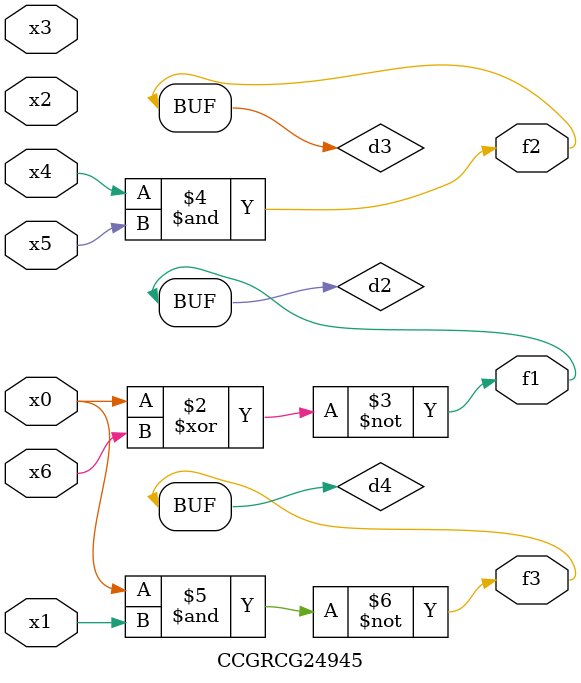
<source format=v>
module CCGRCG24945(
	input x0, x1, x2, x3, x4, x5, x6,
	output f1, f2, f3
);

	wire d1, d2, d3, d4;

	nor (d1, x0);
	xnor (d2, x0, x6);
	and (d3, x4, x5);
	nand (d4, x0, x1);
	assign f1 = d2;
	assign f2 = d3;
	assign f3 = d4;
endmodule

</source>
